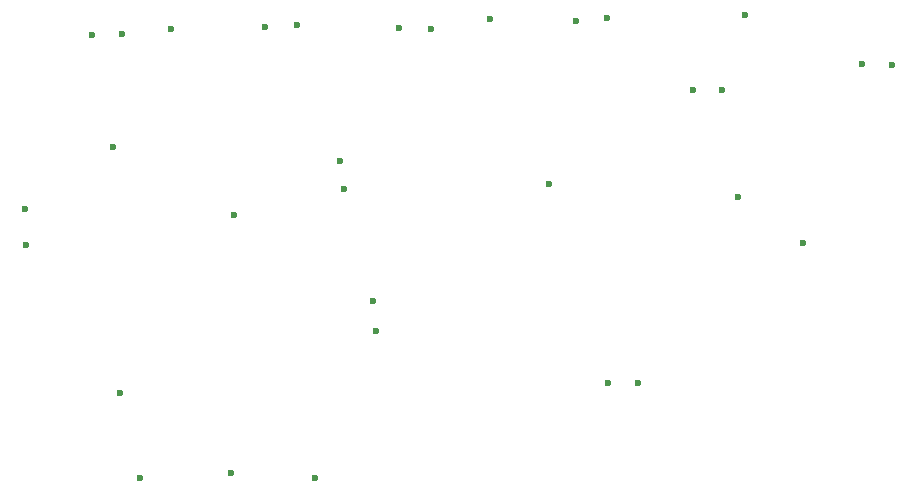
<source format=gbr>
%TF.GenerationSoftware,KiCad,Pcbnew,9.0.0*%
%TF.CreationDate,2025-05-16T17:37:22-07:00*%
%TF.ProjectId,current_measure_board,63757272-656e-4745-9f6d-656173757265,rev?*%
%TF.SameCoordinates,Original*%
%TF.FileFunction,Copper,L2,Inr*%
%TF.FilePolarity,Positive*%
%FSLAX46Y46*%
G04 Gerber Fmt 4.6, Leading zero omitted, Abs format (unit mm)*
G04 Created by KiCad (PCBNEW 9.0.0) date 2025-05-16 17:37:22*
%MOMM*%
%LPD*%
G01*
G04 APERTURE LIST*
%TA.AperFunction,ViaPad*%
%ADD10C,0.600000*%
%TD*%
G04 APERTURE END LIST*
D10*
%TO.N,/Vminus*%
X169550000Y-92550000D03*
%TO.N,GND*%
X167100000Y-92500000D03*
X171500000Y-86150000D03*
X183950000Y-90400000D03*
%TO.N,/Vplus*%
X181400000Y-90350000D03*
%TO.N,GND*%
X176400000Y-105500000D03*
X118650000Y-118150000D03*
X110650000Y-105650000D03*
X128250000Y-103100000D03*
X142250000Y-87250000D03*
X162500000Y-117300000D03*
X149900000Y-86550000D03*
X128000000Y-124943750D03*
X122900000Y-87400000D03*
X137200000Y-98550000D03*
X170950000Y-101550000D03*
X116250000Y-87850000D03*
X140250000Y-112950000D03*
X133600000Y-87050000D03*
X159850000Y-86450000D03*
%TO.N,/Vplus*%
X159900000Y-117350000D03*
X157200000Y-86700000D03*
X130850000Y-87150000D03*
X135112500Y-125350000D03*
X137550000Y-100900000D03*
%TO.N,/Vminus*%
X140000000Y-110350000D03*
X120300000Y-125350000D03*
X118800000Y-87800000D03*
X144900000Y-87350000D03*
X110600000Y-102600000D03*
%TO.N,Net-(U1-IN+)*%
X154900000Y-100450000D03*
X118000000Y-97350000D03*
%TD*%
M02*

</source>
